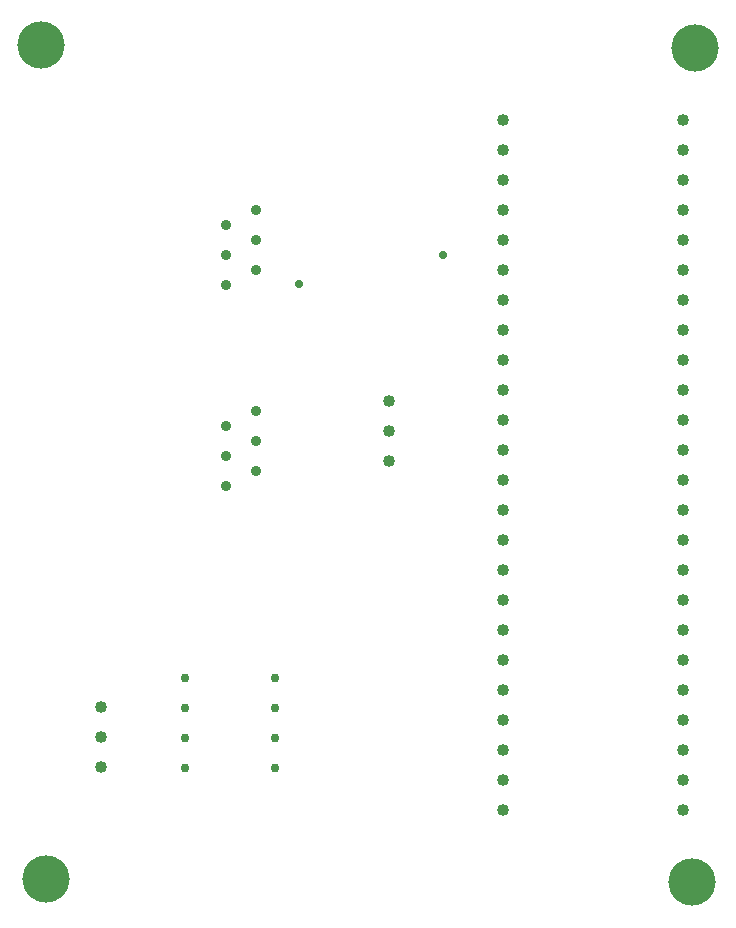
<source format=gbr>
%TF.GenerationSoftware,Altium Limited,Altium Designer,19.1.8 (144)*%
G04 Layer_Color=0*
%FSLAX26Y26*%
%MOIN*%
%TF.FileFunction,Plated,1,2,PTH,Drill*%
%TF.Part,Single*%
G01*
G75*
%TA.AperFunction,ComponentDrill*%
%ADD36C,0.040000*%
%ADD37C,0.040157*%
%ADD38C,0.030000*%
%ADD39C,0.035039*%
%TA.AperFunction,OtherDrill,Pad Free-5 (2300mil,125mil)*%
%ADD40C,0.157480*%
%TA.AperFunction,OtherDrill,Pad Free-4 (145mil,135mil)*%
%ADD41C,0.157480*%
%TA.AperFunction,OtherDrill,Pad Free-3 (130mil,2915mil)*%
%ADD42C,0.157480*%
%TA.AperFunction,OtherDrill,Pad Free-2 (2310mil,2905mil)*%
%ADD43C,0.157480*%
%TA.AperFunction,ViaDrill,NotFilled*%
%ADD44C,0.028000*%
D36*
X2270000Y1065000D02*
D03*
Y1165000D02*
D03*
Y1265000D02*
D03*
Y2665000D02*
D03*
Y2565000D02*
D03*
Y2465000D02*
D03*
X1670000Y1265000D02*
D03*
X2270000Y965000D02*
D03*
Y865000D02*
D03*
Y765000D02*
D03*
Y665000D02*
D03*
Y565000D02*
D03*
Y465000D02*
D03*
Y365000D02*
D03*
X1670000D02*
D03*
Y465000D02*
D03*
Y565000D02*
D03*
Y665000D02*
D03*
Y765000D02*
D03*
Y865000D02*
D03*
Y965000D02*
D03*
Y1065000D02*
D03*
Y1165000D02*
D03*
X2270000Y2365000D02*
D03*
Y2265000D02*
D03*
Y2165000D02*
D03*
Y2065000D02*
D03*
Y1965000D02*
D03*
Y1865000D02*
D03*
Y1765000D02*
D03*
Y1665000D02*
D03*
Y1565000D02*
D03*
Y1465000D02*
D03*
Y1365000D02*
D03*
X1670000D02*
D03*
Y1465000D02*
D03*
Y1565000D02*
D03*
Y1665000D02*
D03*
Y1765000D02*
D03*
Y1865000D02*
D03*
Y1965000D02*
D03*
Y2065000D02*
D03*
Y2165000D02*
D03*
Y2265000D02*
D03*
Y2365000D02*
D03*
Y2465000D02*
D03*
Y2565000D02*
D03*
Y2665000D02*
D03*
D37*
X1290000Y1530000D02*
D03*
Y1630000D02*
D03*
Y1730000D02*
D03*
X330000Y710000D02*
D03*
Y610000D02*
D03*
Y510000D02*
D03*
D38*
X910000Y505000D02*
D03*
Y605000D02*
D03*
Y705000D02*
D03*
Y805000D02*
D03*
X610000D02*
D03*
Y705000D02*
D03*
Y605000D02*
D03*
Y505000D02*
D03*
D39*
X745000Y2115000D02*
D03*
Y2215000D02*
D03*
Y2315000D02*
D03*
X845000Y2165000D02*
D03*
Y2265000D02*
D03*
Y2365000D02*
D03*
X745000Y1445000D02*
D03*
Y1545000D02*
D03*
Y1645000D02*
D03*
X845000Y1495000D02*
D03*
Y1595000D02*
D03*
Y1695000D02*
D03*
D40*
X2300000Y125000D02*
D03*
D41*
X145000Y135000D02*
D03*
D42*
X130000Y2915000D02*
D03*
D43*
X2310000Y2905000D02*
D03*
D44*
X990000Y2120000D02*
D03*
X1470000Y2215000D02*
D03*
%TF.MD5,8ac2ef14ec7de695415f02cf05df97ca*%
M02*

</source>
